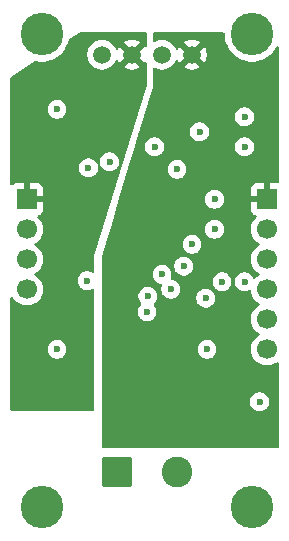
<source format=gbr>
%TF.GenerationSoftware,KiCad,Pcbnew,9.0.3*%
%TF.CreationDate,2026-01-02T19:57:44-06:00*%
%TF.ProjectId,IsolatedADSandVoltmeterPCB,49736f6c-6174-4656-9441-4453616e6456,rev?*%
%TF.SameCoordinates,Original*%
%TF.FileFunction,Copper,L3,Inr*%
%TF.FilePolarity,Positive*%
%FSLAX46Y46*%
G04 Gerber Fmt 4.6, Leading zero omitted, Abs format (unit mm)*
G04 Created by KiCad (PCBNEW 9.0.3) date 2026-01-02 19:57:44*
%MOMM*%
%LPD*%
G01*
G04 APERTURE LIST*
G04 Aperture macros list*
%AMRoundRect*
0 Rectangle with rounded corners*
0 $1 Rounding radius*
0 $2 $3 $4 $5 $6 $7 $8 $9 X,Y pos of 4 corners*
0 Add a 4 corners polygon primitive as box body*
4,1,4,$2,$3,$4,$5,$6,$7,$8,$9,$2,$3,0*
0 Add four circle primitives for the rounded corners*
1,1,$1+$1,$2,$3*
1,1,$1+$1,$4,$5*
1,1,$1+$1,$6,$7*
1,1,$1+$1,$8,$9*
0 Add four rect primitives between the rounded corners*
20,1,$1+$1,$2,$3,$4,$5,0*
20,1,$1+$1,$4,$5,$6,$7,0*
20,1,$1+$1,$6,$7,$8,$9,0*
20,1,$1+$1,$8,$9,$2,$3,0*%
G04 Aperture macros list end*
%TA.AperFunction,ComponentPad*%
%ADD10C,3.600000*%
%TD*%
%TA.AperFunction,ComponentPad*%
%ADD11R,1.700000X1.700000*%
%TD*%
%TA.AperFunction,ComponentPad*%
%ADD12C,1.700000*%
%TD*%
%TA.AperFunction,ComponentPad*%
%ADD13C,1.500000*%
%TD*%
%TA.AperFunction,ComponentPad*%
%ADD14RoundRect,0.250000X-1.050000X-1.050000X1.050000X-1.050000X1.050000X1.050000X-1.050000X1.050000X0*%
%TD*%
%TA.AperFunction,ComponentPad*%
%ADD15C,2.600000*%
%TD*%
%TA.AperFunction,ViaPad*%
%ADD16C,0.600000*%
%TD*%
G04 APERTURE END LIST*
D10*
%TO.N,N/C*%
%TO.C,H2*%
X146050000Y-38100000D03*
%TD*%
D11*
%TO.N,5V-iso*%
%TO.C,J2*%
X147320000Y-52070000D03*
D12*
%TO.N,Gnd-iso*%
X147320000Y-54610000D03*
%TO.N,/AIN3*%
X147320000Y-57150000D03*
%TO.N,/AIN2*%
X147320000Y-59690000D03*
%TO.N,/AIN1*%
X147320000Y-62230000D03*
%TO.N,/AIN0*%
X147320000Y-64770000D03*
%TD*%
D11*
%TO.N,VDD*%
%TO.C,J1*%
X127000000Y-52070000D03*
D12*
%TO.N,GND*%
X127000000Y-54610000D03*
%TO.N,SDA*%
X127000000Y-57150000D03*
%TO.N,SCL*%
X127000000Y-59690000D03*
%TD*%
D13*
%TO.N,GND*%
%TO.C,U14*%
X133350000Y-39830000D03*
%TO.N,VDD*%
X135890000Y-39830000D03*
%TO.N,Gnd-iso*%
X138430000Y-39830000D03*
%TO.N,5V-iso*%
X140970000Y-39830000D03*
%TD*%
D10*
%TO.N,N/C*%
%TO.C,H1*%
X128270000Y-38100000D03*
%TD*%
D14*
%TO.N,Net-(J15-Pin_1)*%
%TO.C,J15*%
X134615000Y-75146250D03*
D15*
%TO.N,Net-(J15-Pin_2)*%
X139695000Y-75146250D03*
%TD*%
D10*
%TO.N,N/C*%
%TO.C,H4*%
X146045000Y-78105000D03*
%TD*%
%TO.N,N/C*%
%TO.C,H3*%
X128270000Y-78105000D03*
%TD*%
D16*
%TO.N,SCL-5V*%
X142875000Y-52070000D03*
%TO.N,ADS_ALERT*%
X142133235Y-60431765D03*
X143510000Y-59055000D03*
%TO.N,Gnd-iso*%
X139170615Y-59670913D03*
X142240000Y-64770000D03*
%TO.N,5V-iso*%
X142875000Y-55880000D03*
%TO.N,SCL-5V*%
X142875000Y-54610000D03*
%TO.N,SDA-5V*%
X145415000Y-59055000D03*
%TO.N,/AIN2*%
X138430000Y-58420000D03*
%TO.N,5V-iso*%
X146685000Y-72390000D03*
%TO.N,Gnd-iso*%
X146685000Y-69215000D03*
%TO.N,SCL-5V*%
X137160000Y-61595000D03*
%TO.N,SDA-5V*%
X137234369Y-60270913D03*
%TO.N,5V-iso*%
X135230110Y-60325524D03*
%TO.N,Gnd-iso*%
X140970000Y-55880000D03*
X139700000Y-49530000D03*
%TO.N,5V-iso*%
X138430000Y-49530000D03*
%TO.N,SCL-5V*%
X145415000Y-45085000D03*
X141605000Y-46355000D03*
%TO.N,5V-iso*%
X145415000Y-46355000D03*
%TO.N,Gnd-iso*%
X145415000Y-47625000D03*
X137795000Y-47625000D03*
%TO.N,5V-iso*%
X137795000Y-43815000D03*
%TO.N,VDD*%
X129540000Y-66040000D03*
%TO.N,GND*%
X129540000Y-64770000D03*
%TO.N,SCL*%
X132203000Y-49407000D03*
%TO.N,VDD*%
X129540000Y-45720000D03*
X133350000Y-42545000D03*
%TO.N,GND*%
X133985000Y-48895000D03*
X129540000Y-44450000D03*
X132080000Y-58949500D03*
%TO.N,VDD*%
X131931500Y-55753000D03*
%TO.N,/AIN3*%
X140271500Y-57721500D03*
%TD*%
%TA.AperFunction,Conductor*%
%TO.N,VDD*%
G36*
X137103039Y-37942964D02*
G01*
X137148794Y-37995768D01*
X137160000Y-38047279D01*
X137160000Y-39069744D01*
X137140315Y-39136783D01*
X137087511Y-39182538D01*
X137018353Y-39192482D01*
X136954797Y-39163457D01*
X136935682Y-39142630D01*
X136933679Y-39139873D01*
X136933677Y-39139873D01*
X136290000Y-39783551D01*
X136290000Y-39777339D01*
X136262741Y-39675606D01*
X136210080Y-39584394D01*
X136135606Y-39509920D01*
X136044394Y-39457259D01*
X135942661Y-39430000D01*
X135936447Y-39430000D01*
X136580125Y-38786320D01*
X136580125Y-38786319D01*
X136545145Y-38760905D01*
X136369835Y-38671581D01*
X136182705Y-38610778D01*
X135988382Y-38580000D01*
X135791618Y-38580000D01*
X135597294Y-38610778D01*
X135410161Y-38671582D01*
X135234863Y-38760899D01*
X135234859Y-38760902D01*
X135199873Y-38786320D01*
X135199872Y-38786320D01*
X135843554Y-39430000D01*
X135837339Y-39430000D01*
X135735606Y-39457259D01*
X135644394Y-39509920D01*
X135569920Y-39584394D01*
X135517259Y-39675606D01*
X135490000Y-39777339D01*
X135490000Y-39783552D01*
X134846320Y-39139872D01*
X134846320Y-39139873D01*
X134820902Y-39174859D01*
X134730765Y-39351764D01*
X134682790Y-39402560D01*
X134614969Y-39419355D01*
X134548835Y-39396818D01*
X134509795Y-39351763D01*
X134419525Y-39174596D01*
X134379612Y-39119661D01*
X134303828Y-39015354D01*
X134164646Y-38876172D01*
X134005405Y-38760476D01*
X133830029Y-38671117D01*
X133642826Y-38610290D01*
X133448422Y-38579500D01*
X133448417Y-38579500D01*
X133251583Y-38579500D01*
X133251578Y-38579500D01*
X133057173Y-38610290D01*
X132869970Y-38671117D01*
X132694594Y-38760476D01*
X132603741Y-38826485D01*
X132535354Y-38876172D01*
X132535352Y-38876174D01*
X132535351Y-38876174D01*
X132396174Y-39015351D01*
X132396174Y-39015352D01*
X132396172Y-39015354D01*
X132356655Y-39069744D01*
X132280476Y-39174594D01*
X132191117Y-39349970D01*
X132130290Y-39537173D01*
X132099500Y-39731577D01*
X132099500Y-39928422D01*
X132130290Y-40122826D01*
X132191117Y-40310029D01*
X132237215Y-40400500D01*
X132280476Y-40485405D01*
X132396172Y-40644646D01*
X132535354Y-40783828D01*
X132694595Y-40899524D01*
X132777455Y-40941743D01*
X132869970Y-40988882D01*
X132869972Y-40988882D01*
X132869975Y-40988884D01*
X132970317Y-41021487D01*
X133057173Y-41049709D01*
X133251578Y-41080500D01*
X133251583Y-41080500D01*
X133448422Y-41080500D01*
X133642826Y-41049709D01*
X133644328Y-41049221D01*
X133830025Y-40988884D01*
X134005405Y-40899524D01*
X134164646Y-40783828D01*
X134303828Y-40644646D01*
X134419524Y-40485405D01*
X134508884Y-40310025D01*
X134508884Y-40310022D01*
X134509795Y-40308236D01*
X134557769Y-40257440D01*
X134625590Y-40240644D01*
X134691725Y-40263181D01*
X134730765Y-40308235D01*
X134820905Y-40485145D01*
X134846319Y-40520125D01*
X134846320Y-40520125D01*
X135490000Y-39876445D01*
X135490000Y-39882661D01*
X135517259Y-39984394D01*
X135569920Y-40075606D01*
X135644394Y-40150080D01*
X135735606Y-40202741D01*
X135837339Y-40230000D01*
X135843553Y-40230000D01*
X135199873Y-40873677D01*
X135199873Y-40873678D01*
X135234858Y-40899096D01*
X135410164Y-40988418D01*
X135597294Y-41049221D01*
X135791618Y-41080000D01*
X135988382Y-41080000D01*
X136182705Y-41049221D01*
X136369835Y-40988418D01*
X136545143Y-40899095D01*
X136580125Y-40873678D01*
X136580126Y-40873678D01*
X135936448Y-40230000D01*
X135942661Y-40230000D01*
X136044394Y-40202741D01*
X136135606Y-40150080D01*
X136210080Y-40075606D01*
X136262741Y-39984394D01*
X136290000Y-39882661D01*
X136290000Y-39876448D01*
X136933678Y-40520126D01*
X136933678Y-40520125D01*
X136935682Y-40517369D01*
X136991013Y-40474704D01*
X137060626Y-40468725D01*
X137122421Y-40501331D01*
X137156778Y-40562170D01*
X137160000Y-40590255D01*
X137160000Y-42349641D01*
X137154521Y-42386091D01*
X132706242Y-56850033D01*
X132706242Y-56850035D01*
X132706242Y-58173200D01*
X132686557Y-58240239D01*
X132633753Y-58285994D01*
X132564595Y-58295938D01*
X132513351Y-58276302D01*
X132459185Y-58240109D01*
X132459172Y-58240102D01*
X132313501Y-58179764D01*
X132313489Y-58179761D01*
X132158845Y-58149000D01*
X132158842Y-58149000D01*
X132001158Y-58149000D01*
X132001155Y-58149000D01*
X131846510Y-58179761D01*
X131846498Y-58179764D01*
X131700827Y-58240102D01*
X131700814Y-58240109D01*
X131569711Y-58327710D01*
X131569707Y-58327713D01*
X131458213Y-58439207D01*
X131458210Y-58439211D01*
X131370609Y-58570314D01*
X131370602Y-58570327D01*
X131310264Y-58715998D01*
X131310261Y-58716010D01*
X131279500Y-58870653D01*
X131279500Y-59028346D01*
X131310261Y-59182989D01*
X131310264Y-59183001D01*
X131370602Y-59328672D01*
X131370609Y-59328685D01*
X131458210Y-59459788D01*
X131458213Y-59459792D01*
X131569707Y-59571286D01*
X131569711Y-59571289D01*
X131700814Y-59658890D01*
X131700827Y-59658897D01*
X131846498Y-59719235D01*
X131846503Y-59719237D01*
X132001153Y-59749999D01*
X132001156Y-59750000D01*
X132001158Y-59750000D01*
X132158844Y-59750000D01*
X132158845Y-59749999D01*
X132313497Y-59719237D01*
X132459179Y-59658894D01*
X132459184Y-59658890D01*
X132459187Y-59658889D01*
X132513350Y-59622698D01*
X132580027Y-59601819D01*
X132647407Y-59620303D01*
X132694098Y-59672281D01*
X132706242Y-59725799D01*
X132706242Y-69825176D01*
X132686557Y-69892215D01*
X132633753Y-69937970D01*
X132582242Y-69949176D01*
X125719500Y-69949176D01*
X125652461Y-69929491D01*
X125606706Y-69876687D01*
X125595500Y-69825176D01*
X125595500Y-64691153D01*
X128739500Y-64691153D01*
X128739500Y-64848846D01*
X128770261Y-65003489D01*
X128770264Y-65003501D01*
X128830602Y-65149172D01*
X128830609Y-65149185D01*
X128918210Y-65280288D01*
X128918213Y-65280292D01*
X129029707Y-65391786D01*
X129029711Y-65391789D01*
X129160814Y-65479390D01*
X129160827Y-65479397D01*
X129306498Y-65539735D01*
X129306503Y-65539737D01*
X129461153Y-65570499D01*
X129461156Y-65570500D01*
X129461158Y-65570500D01*
X129618844Y-65570500D01*
X129618845Y-65570499D01*
X129773497Y-65539737D01*
X129919179Y-65479394D01*
X130050289Y-65391789D01*
X130161789Y-65280289D01*
X130249394Y-65149179D01*
X130309737Y-65003497D01*
X130340500Y-64848842D01*
X130340500Y-64691158D01*
X130340500Y-64691155D01*
X130340499Y-64691153D01*
X130309738Y-64536510D01*
X130309737Y-64536503D01*
X130309735Y-64536498D01*
X130249397Y-64390827D01*
X130249390Y-64390814D01*
X130161789Y-64259711D01*
X130161786Y-64259707D01*
X130050292Y-64148213D01*
X130050288Y-64148210D01*
X129919185Y-64060609D01*
X129919172Y-64060602D01*
X129773501Y-64000264D01*
X129773489Y-64000261D01*
X129618845Y-63969500D01*
X129618842Y-63969500D01*
X129461158Y-63969500D01*
X129461155Y-63969500D01*
X129306510Y-64000261D01*
X129306498Y-64000264D01*
X129160827Y-64060602D01*
X129160814Y-64060609D01*
X129029711Y-64148210D01*
X129029707Y-64148213D01*
X128918213Y-64259707D01*
X128918210Y-64259711D01*
X128830609Y-64390814D01*
X128830602Y-64390827D01*
X128770264Y-64536498D01*
X128770261Y-64536510D01*
X128739500Y-64691153D01*
X125595500Y-64691153D01*
X125595500Y-60424742D01*
X125615185Y-60357703D01*
X125667989Y-60311948D01*
X125737147Y-60302004D01*
X125800703Y-60331029D01*
X125829985Y-60368447D01*
X125844951Y-60397820D01*
X125969890Y-60569786D01*
X126120213Y-60720109D01*
X126292179Y-60845048D01*
X126292181Y-60845049D01*
X126292184Y-60845051D01*
X126481588Y-60941557D01*
X126683757Y-61007246D01*
X126893713Y-61040500D01*
X126893714Y-61040500D01*
X127106286Y-61040500D01*
X127106287Y-61040500D01*
X127316243Y-61007246D01*
X127518412Y-60941557D01*
X127707816Y-60845051D01*
X127729789Y-60829086D01*
X127879786Y-60720109D01*
X127879788Y-60720106D01*
X127879792Y-60720104D01*
X128030104Y-60569792D01*
X128030106Y-60569788D01*
X128030109Y-60569786D01*
X128155048Y-60397820D01*
X128155047Y-60397820D01*
X128155051Y-60397816D01*
X128251557Y-60208412D01*
X128317246Y-60006243D01*
X128350500Y-59796287D01*
X128350500Y-59583713D01*
X128317246Y-59373757D01*
X128251557Y-59171588D01*
X128155051Y-58982184D01*
X128155049Y-58982181D01*
X128155048Y-58982179D01*
X128030109Y-58810213D01*
X127879786Y-58659890D01*
X127707820Y-58534951D01*
X127707115Y-58534591D01*
X127699054Y-58530485D01*
X127648259Y-58482512D01*
X127631463Y-58414692D01*
X127653999Y-58348556D01*
X127699054Y-58309515D01*
X127707816Y-58305051D01*
X127797206Y-58240106D01*
X127879786Y-58180109D01*
X127879788Y-58180106D01*
X127879792Y-58180104D01*
X128030104Y-58029792D01*
X128030106Y-58029788D01*
X128030109Y-58029786D01*
X128155048Y-57857820D01*
X128155047Y-57857820D01*
X128155051Y-57857816D01*
X128251557Y-57668412D01*
X128317246Y-57466243D01*
X128350500Y-57256287D01*
X128350500Y-57043713D01*
X128317246Y-56833757D01*
X128251557Y-56631588D01*
X128155051Y-56442184D01*
X128155049Y-56442181D01*
X128155048Y-56442179D01*
X128030109Y-56270213D01*
X127879786Y-56119890D01*
X127707820Y-55994951D01*
X127707115Y-55994591D01*
X127699054Y-55990485D01*
X127648259Y-55942512D01*
X127631463Y-55874692D01*
X127653999Y-55808556D01*
X127699054Y-55769515D01*
X127707816Y-55765051D01*
X127729789Y-55749086D01*
X127879786Y-55640109D01*
X127879788Y-55640106D01*
X127879792Y-55640104D01*
X128030104Y-55489792D01*
X128030106Y-55489788D01*
X128030109Y-55489786D01*
X128155048Y-55317820D01*
X128155047Y-55317820D01*
X128155051Y-55317816D01*
X128251557Y-55128412D01*
X128317246Y-54926243D01*
X128350500Y-54716287D01*
X128350500Y-54503713D01*
X128317246Y-54293757D01*
X128251557Y-54091588D01*
X128155051Y-53902184D01*
X128155049Y-53902181D01*
X128155048Y-53902179D01*
X128030109Y-53730213D01*
X127916181Y-53616285D01*
X127882696Y-53554962D01*
X127887680Y-53485270D01*
X127929552Y-53429337D01*
X127960529Y-53412422D01*
X128092086Y-53363354D01*
X128092093Y-53363350D01*
X128207187Y-53277190D01*
X128207190Y-53277187D01*
X128293350Y-53162093D01*
X128293354Y-53162086D01*
X128343596Y-53027379D01*
X128343598Y-53027372D01*
X128349999Y-52967844D01*
X128350000Y-52967827D01*
X128350000Y-52320000D01*
X127433012Y-52320000D01*
X127465925Y-52262993D01*
X127500000Y-52135826D01*
X127500000Y-52004174D01*
X127465925Y-51877007D01*
X127433012Y-51820000D01*
X128350000Y-51820000D01*
X128350000Y-51172172D01*
X128349999Y-51172155D01*
X128343598Y-51112627D01*
X128343596Y-51112620D01*
X128293354Y-50977913D01*
X128293350Y-50977906D01*
X128207190Y-50862812D01*
X128207187Y-50862809D01*
X128092093Y-50776649D01*
X128092086Y-50776645D01*
X127957379Y-50726403D01*
X127957372Y-50726401D01*
X127897844Y-50720000D01*
X127250000Y-50720000D01*
X127250000Y-51636988D01*
X127192993Y-51604075D01*
X127065826Y-51570000D01*
X126934174Y-51570000D01*
X126807007Y-51604075D01*
X126750000Y-51636988D01*
X126750000Y-50720000D01*
X126102155Y-50720000D01*
X126042627Y-50726401D01*
X126042620Y-50726403D01*
X125907913Y-50776645D01*
X125907906Y-50776649D01*
X125793811Y-50862062D01*
X125728347Y-50886480D01*
X125660074Y-50871629D01*
X125610668Y-50822224D01*
X125595500Y-50762796D01*
X125595500Y-49328153D01*
X131402500Y-49328153D01*
X131402500Y-49485846D01*
X131433261Y-49640489D01*
X131433264Y-49640501D01*
X131493602Y-49786172D01*
X131493609Y-49786185D01*
X131581210Y-49917288D01*
X131581213Y-49917292D01*
X131692707Y-50028786D01*
X131692711Y-50028789D01*
X131823814Y-50116390D01*
X131823827Y-50116397D01*
X131969498Y-50176735D01*
X131969503Y-50176737D01*
X132124153Y-50207499D01*
X132124156Y-50207500D01*
X132124158Y-50207500D01*
X132281844Y-50207500D01*
X132281845Y-50207499D01*
X132436497Y-50176737D01*
X132582179Y-50116394D01*
X132713289Y-50028789D01*
X132824789Y-49917289D01*
X132912394Y-49786179D01*
X132972737Y-49640497D01*
X133003500Y-49485842D01*
X133003500Y-49328158D01*
X133003500Y-49328155D01*
X133003499Y-49328153D01*
X132977469Y-49197289D01*
X132977464Y-49197270D01*
X132972737Y-49173503D01*
X132912394Y-49027821D01*
X132912392Y-49027818D01*
X132912390Y-49027814D01*
X132824789Y-48896711D01*
X132824786Y-48896707D01*
X132744232Y-48816153D01*
X133184500Y-48816153D01*
X133184500Y-48973846D01*
X133210529Y-49104709D01*
X133210544Y-49104774D01*
X133215263Y-49128497D01*
X133217132Y-49133009D01*
X133217133Y-49133013D01*
X133275602Y-49274172D01*
X133275609Y-49274185D01*
X133363210Y-49405288D01*
X133363213Y-49405292D01*
X133474707Y-49516786D01*
X133474711Y-49516789D01*
X133605814Y-49604390D01*
X133605827Y-49604397D01*
X133751498Y-49664735D01*
X133751503Y-49664737D01*
X133906153Y-49695499D01*
X133906156Y-49695500D01*
X133906158Y-49695500D01*
X134063844Y-49695500D01*
X134063845Y-49695499D01*
X134218497Y-49664737D01*
X134364179Y-49604394D01*
X134495289Y-49516789D01*
X134606789Y-49405289D01*
X134694394Y-49274179D01*
X134754737Y-49128497D01*
X134785500Y-48973842D01*
X134785500Y-48816158D01*
X134785500Y-48816155D01*
X134785499Y-48816153D01*
X134761918Y-48697606D01*
X134754737Y-48661503D01*
X134731954Y-48606500D01*
X134694397Y-48515827D01*
X134694390Y-48515814D01*
X134606789Y-48384711D01*
X134606786Y-48384707D01*
X134495292Y-48273213D01*
X134495288Y-48273210D01*
X134364185Y-48185609D01*
X134364172Y-48185602D01*
X134218501Y-48125264D01*
X134218489Y-48125261D01*
X134063845Y-48094500D01*
X134063842Y-48094500D01*
X133906158Y-48094500D01*
X133906155Y-48094500D01*
X133751510Y-48125261D01*
X133751498Y-48125264D01*
X133605827Y-48185602D01*
X133605814Y-48185609D01*
X133474711Y-48273210D01*
X133474707Y-48273213D01*
X133363213Y-48384707D01*
X133363210Y-48384711D01*
X133275609Y-48515814D01*
X133275602Y-48515827D01*
X133215264Y-48661498D01*
X133215261Y-48661510D01*
X133184500Y-48816153D01*
X132744232Y-48816153D01*
X132713292Y-48785213D01*
X132713288Y-48785210D01*
X132582185Y-48697609D01*
X132582172Y-48697602D01*
X132436501Y-48637264D01*
X132436489Y-48637261D01*
X132281845Y-48606500D01*
X132281842Y-48606500D01*
X132124158Y-48606500D01*
X132124155Y-48606500D01*
X131969510Y-48637261D01*
X131969498Y-48637264D01*
X131823827Y-48697602D01*
X131823814Y-48697609D01*
X131692711Y-48785210D01*
X131692707Y-48785213D01*
X131581213Y-48896707D01*
X131581210Y-48896711D01*
X131493609Y-49027814D01*
X131493602Y-49027827D01*
X131433264Y-49173498D01*
X131433261Y-49173510D01*
X131402500Y-49328153D01*
X125595500Y-49328153D01*
X125595500Y-44371153D01*
X128739500Y-44371153D01*
X128739500Y-44528846D01*
X128770261Y-44683489D01*
X128770264Y-44683501D01*
X128830602Y-44829172D01*
X128830609Y-44829185D01*
X128918210Y-44960288D01*
X128918213Y-44960292D01*
X129029707Y-45071786D01*
X129029711Y-45071789D01*
X129160814Y-45159390D01*
X129160827Y-45159397D01*
X129306498Y-45219735D01*
X129306503Y-45219737D01*
X129461153Y-45250499D01*
X129461156Y-45250500D01*
X129461158Y-45250500D01*
X129618844Y-45250500D01*
X129618845Y-45250499D01*
X129773497Y-45219737D01*
X129919179Y-45159394D01*
X130050289Y-45071789D01*
X130161789Y-44960289D01*
X130249394Y-44829179D01*
X130309737Y-44683497D01*
X130340500Y-44528842D01*
X130340500Y-44371158D01*
X130340500Y-44371155D01*
X130340499Y-44371153D01*
X130309738Y-44216510D01*
X130309737Y-44216503D01*
X130300490Y-44194179D01*
X130249397Y-44070827D01*
X130249390Y-44070814D01*
X130161789Y-43939711D01*
X130161786Y-43939707D01*
X130050292Y-43828213D01*
X130050288Y-43828210D01*
X129919185Y-43740609D01*
X129919172Y-43740602D01*
X129773501Y-43680264D01*
X129773489Y-43680261D01*
X129618845Y-43649500D01*
X129618842Y-43649500D01*
X129461158Y-43649500D01*
X129461155Y-43649500D01*
X129306510Y-43680261D01*
X129306498Y-43680264D01*
X129160827Y-43740602D01*
X129160814Y-43740609D01*
X129029711Y-43828210D01*
X129029707Y-43828213D01*
X128918213Y-43939707D01*
X128918210Y-43939711D01*
X128830609Y-44070814D01*
X128830602Y-44070827D01*
X128770264Y-44216498D01*
X128770261Y-44216510D01*
X128739500Y-44371153D01*
X125595500Y-44371153D01*
X125595500Y-41811835D01*
X125615185Y-41744796D01*
X125651679Y-41708026D01*
X127698060Y-40371136D01*
X127764947Y-40350950D01*
X127797969Y-40355172D01*
X127820232Y-40361138D01*
X128119217Y-40400500D01*
X128119224Y-40400500D01*
X128420776Y-40400500D01*
X128420783Y-40400500D01*
X128719768Y-40361138D01*
X129011058Y-40283087D01*
X129289668Y-40167683D01*
X129550832Y-40016900D01*
X129790080Y-39833319D01*
X129846060Y-39777339D01*
X129984370Y-39639030D01*
X130003314Y-39620085D01*
X130003319Y-39620080D01*
X130186900Y-39380832D01*
X130337683Y-39119668D01*
X130453087Y-38841058D01*
X130528440Y-38559833D01*
X130564805Y-38500175D01*
X130580375Y-38488133D01*
X131414098Y-37943467D01*
X131480985Y-37923282D01*
X131481914Y-37923279D01*
X137036000Y-37923279D01*
X137103039Y-37942964D01*
G37*
%TD.AperFunction*%
%TD*%
%TA.AperFunction,Conductor*%
%TO.N,5V-iso*%
G36*
X143692539Y-37942964D02*
G01*
X143738294Y-37995768D01*
X143749500Y-38047279D01*
X143749500Y-38250776D01*
X143749501Y-38250793D01*
X143788861Y-38549766D01*
X143866913Y-38841060D01*
X143982314Y-39119661D01*
X143982318Y-39119671D01*
X144133099Y-39380831D01*
X144316679Y-39620078D01*
X144316685Y-39620085D01*
X144529914Y-39833314D01*
X144529921Y-39833320D01*
X144769168Y-40016900D01*
X145030328Y-40167681D01*
X145030329Y-40167681D01*
X145030332Y-40167683D01*
X145216072Y-40244619D01*
X145308939Y-40283086D01*
X145308940Y-40283086D01*
X145308942Y-40283087D01*
X145600232Y-40361138D01*
X145899217Y-40400500D01*
X145899224Y-40400500D01*
X146200776Y-40400500D01*
X146200783Y-40400500D01*
X146499768Y-40361138D01*
X146791058Y-40283087D01*
X147069668Y-40167683D01*
X147330832Y-40016900D01*
X147570080Y-39833319D01*
X147783319Y-39620080D01*
X147966900Y-39380832D01*
X148104613Y-39142306D01*
X148155180Y-39094090D01*
X148223787Y-39080867D01*
X148288652Y-39106835D01*
X148329180Y-39163749D01*
X148336000Y-39204306D01*
X148336000Y-50596000D01*
X148316315Y-50663039D01*
X148263511Y-50708794D01*
X148212000Y-50720000D01*
X147570000Y-50720000D01*
X147570000Y-51636988D01*
X147512993Y-51604075D01*
X147385826Y-51570000D01*
X147254174Y-51570000D01*
X147127007Y-51604075D01*
X147070000Y-51636988D01*
X147070000Y-50720000D01*
X146422155Y-50720000D01*
X146362627Y-50726401D01*
X146362620Y-50726403D01*
X146227913Y-50776645D01*
X146227906Y-50776649D01*
X146112812Y-50862809D01*
X146112809Y-50862812D01*
X146026649Y-50977906D01*
X146026645Y-50977913D01*
X145976403Y-51112620D01*
X145976401Y-51112627D01*
X145970000Y-51172155D01*
X145970000Y-51820000D01*
X146886988Y-51820000D01*
X146854075Y-51877007D01*
X146820000Y-52004174D01*
X146820000Y-52135826D01*
X146854075Y-52262993D01*
X146886988Y-52320000D01*
X145970000Y-52320000D01*
X145970000Y-52967844D01*
X145976401Y-53027372D01*
X145976403Y-53027379D01*
X146026645Y-53162086D01*
X146026649Y-53162093D01*
X146112809Y-53277187D01*
X146112812Y-53277190D01*
X146227906Y-53363350D01*
X146227913Y-53363354D01*
X146359470Y-53412422D01*
X146415404Y-53454293D01*
X146439821Y-53519758D01*
X146424969Y-53588031D01*
X146403819Y-53616285D01*
X146289889Y-53730215D01*
X146164951Y-53902179D01*
X146068444Y-54091585D01*
X146002753Y-54293760D01*
X145989649Y-54376498D01*
X145969500Y-54503713D01*
X145969500Y-54716287D01*
X145970458Y-54722334D01*
X146000677Y-54913134D01*
X146002754Y-54926243D01*
X146068116Y-55127407D01*
X146068444Y-55128414D01*
X146164951Y-55317820D01*
X146289890Y-55489786D01*
X146440213Y-55640109D01*
X146612182Y-55765050D01*
X146620946Y-55769516D01*
X146671742Y-55817491D01*
X146688536Y-55885312D01*
X146665998Y-55951447D01*
X146620946Y-55990484D01*
X146612182Y-55994949D01*
X146440213Y-56119890D01*
X146289890Y-56270213D01*
X146164951Y-56442179D01*
X146068444Y-56631585D01*
X146002753Y-56833760D01*
X145977202Y-56995083D01*
X145969500Y-57043713D01*
X145969500Y-57256287D01*
X145976769Y-57302183D01*
X145983126Y-57342321D01*
X146002754Y-57466243D01*
X146062546Y-57650264D01*
X146068444Y-57668414D01*
X146164951Y-57857820D01*
X146289890Y-58029786D01*
X146440213Y-58180109D01*
X146612182Y-58305050D01*
X146620946Y-58309516D01*
X146671742Y-58357491D01*
X146688536Y-58425312D01*
X146665998Y-58491447D01*
X146620946Y-58530484D01*
X146612182Y-58534949D01*
X146440215Y-58659889D01*
X146343453Y-58756651D01*
X146282129Y-58790135D01*
X146212438Y-58785151D01*
X146156505Y-58743279D01*
X146141211Y-58716423D01*
X146124394Y-58675821D01*
X146124390Y-58675814D01*
X146036789Y-58544711D01*
X146036786Y-58544707D01*
X145925292Y-58433213D01*
X145925288Y-58433210D01*
X145794185Y-58345609D01*
X145794172Y-58345602D01*
X145648501Y-58285264D01*
X145648489Y-58285261D01*
X145493845Y-58254500D01*
X145493842Y-58254500D01*
X145336158Y-58254500D01*
X145336155Y-58254500D01*
X145181510Y-58285261D01*
X145181498Y-58285264D01*
X145035827Y-58345602D01*
X145035814Y-58345609D01*
X144904711Y-58433210D01*
X144904707Y-58433213D01*
X144793213Y-58544707D01*
X144793210Y-58544711D01*
X144705609Y-58675814D01*
X144705602Y-58675827D01*
X144645264Y-58821498D01*
X144645261Y-58821510D01*
X144614500Y-58976153D01*
X144614500Y-59133846D01*
X144645261Y-59288489D01*
X144645264Y-59288501D01*
X144705602Y-59434172D01*
X144705609Y-59434185D01*
X144793210Y-59565288D01*
X144793213Y-59565292D01*
X144904707Y-59676786D01*
X144904711Y-59676789D01*
X145035814Y-59764390D01*
X145035827Y-59764397D01*
X145181498Y-59824735D01*
X145181503Y-59824737D01*
X145336153Y-59855499D01*
X145336156Y-59855500D01*
X145336158Y-59855500D01*
X145493844Y-59855500D01*
X145493845Y-59855499D01*
X145648497Y-59824737D01*
X145794179Y-59764394D01*
X145794184Y-59764390D01*
X145797482Y-59762628D01*
X145799416Y-59762224D01*
X145799808Y-59762063D01*
X145799838Y-59762137D01*
X145865883Y-59748381D01*
X145931129Y-59773376D01*
X145972504Y-59829678D01*
X145978416Y-59852584D01*
X145989327Y-59921472D01*
X146002754Y-60006243D01*
X146065149Y-60198275D01*
X146068444Y-60208414D01*
X146164951Y-60397820D01*
X146289890Y-60569786D01*
X146440213Y-60720109D01*
X146612182Y-60845050D01*
X146620946Y-60849516D01*
X146671742Y-60897491D01*
X146688536Y-60965312D01*
X146665998Y-61031447D01*
X146620946Y-61070484D01*
X146612182Y-61074949D01*
X146440213Y-61199890D01*
X146289890Y-61350213D01*
X146164951Y-61522179D01*
X146068444Y-61711585D01*
X146002753Y-61913760D01*
X145969500Y-62123713D01*
X145969500Y-62336286D01*
X146002753Y-62546239D01*
X146068444Y-62748414D01*
X146164951Y-62937820D01*
X146289890Y-63109786D01*
X146440213Y-63260109D01*
X146612182Y-63385050D01*
X146620946Y-63389516D01*
X146671742Y-63437491D01*
X146688536Y-63505312D01*
X146665998Y-63571447D01*
X146620946Y-63610484D01*
X146612182Y-63614949D01*
X146440213Y-63739890D01*
X146289890Y-63890213D01*
X146164951Y-64062179D01*
X146068444Y-64251585D01*
X146002753Y-64453760D01*
X145969500Y-64663713D01*
X145969500Y-64876286D01*
X145997593Y-65053662D01*
X146002754Y-65086243D01*
X146065803Y-65280288D01*
X146068444Y-65288414D01*
X146164951Y-65477820D01*
X146289890Y-65649786D01*
X146440213Y-65800109D01*
X146612179Y-65925048D01*
X146612181Y-65925049D01*
X146612184Y-65925051D01*
X146801588Y-66021557D01*
X147003757Y-66087246D01*
X147213713Y-66120500D01*
X147213714Y-66120500D01*
X147426286Y-66120500D01*
X147426287Y-66120500D01*
X147636243Y-66087246D01*
X147838412Y-66021557D01*
X148027816Y-65925051D01*
X148038450Y-65917324D01*
X148139115Y-65844189D01*
X148204922Y-65820709D01*
X148272975Y-65836535D01*
X148321670Y-65886641D01*
X148336000Y-65944507D01*
X148336000Y-72978279D01*
X148316315Y-73045318D01*
X148263511Y-73091073D01*
X148212000Y-73102279D01*
X133474000Y-73102279D01*
X133406961Y-73082594D01*
X133361206Y-73029790D01*
X133350000Y-72978279D01*
X133350000Y-69136153D01*
X145884500Y-69136153D01*
X145884500Y-69293846D01*
X145915261Y-69448489D01*
X145915264Y-69448501D01*
X145975602Y-69594172D01*
X145975609Y-69594185D01*
X146063210Y-69725288D01*
X146063213Y-69725292D01*
X146174707Y-69836786D01*
X146174711Y-69836789D01*
X146305814Y-69924390D01*
X146305827Y-69924397D01*
X146450069Y-69984143D01*
X146451503Y-69984737D01*
X146606153Y-70015499D01*
X146606156Y-70015500D01*
X146606158Y-70015500D01*
X146763844Y-70015500D01*
X146763845Y-70015499D01*
X146918497Y-69984737D01*
X147064179Y-69924394D01*
X147195289Y-69836789D01*
X147306789Y-69725289D01*
X147394394Y-69594179D01*
X147454737Y-69448497D01*
X147485500Y-69293842D01*
X147485500Y-69136158D01*
X147485500Y-69136155D01*
X147485499Y-69136153D01*
X147454738Y-68981510D01*
X147454737Y-68981503D01*
X147454735Y-68981498D01*
X147394397Y-68835827D01*
X147394390Y-68835814D01*
X147306789Y-68704711D01*
X147306786Y-68704707D01*
X147195292Y-68593213D01*
X147195288Y-68593210D01*
X147064185Y-68505609D01*
X147064172Y-68505602D01*
X146918501Y-68445264D01*
X146918489Y-68445261D01*
X146763845Y-68414500D01*
X146763842Y-68414500D01*
X146606158Y-68414500D01*
X146606155Y-68414500D01*
X146451510Y-68445261D01*
X146451498Y-68445264D01*
X146305827Y-68505602D01*
X146305814Y-68505609D01*
X146174711Y-68593210D01*
X146174707Y-68593213D01*
X146063213Y-68704707D01*
X146063210Y-68704711D01*
X145975609Y-68835814D01*
X145975602Y-68835827D01*
X145915264Y-68981498D01*
X145915261Y-68981510D01*
X145884500Y-69136153D01*
X133350000Y-69136153D01*
X133350000Y-64691153D01*
X141439500Y-64691153D01*
X141439500Y-64848846D01*
X141470261Y-65003489D01*
X141470264Y-65003501D01*
X141530602Y-65149172D01*
X141530609Y-65149185D01*
X141618210Y-65280288D01*
X141618213Y-65280292D01*
X141729707Y-65391786D01*
X141729711Y-65391789D01*
X141860814Y-65479390D01*
X141860827Y-65479397D01*
X142006498Y-65539735D01*
X142006503Y-65539737D01*
X142161153Y-65570499D01*
X142161156Y-65570500D01*
X142161158Y-65570500D01*
X142318844Y-65570500D01*
X142318845Y-65570499D01*
X142473497Y-65539737D01*
X142619179Y-65479394D01*
X142750289Y-65391789D01*
X142861789Y-65280289D01*
X142949394Y-65149179D01*
X143009737Y-65003497D01*
X143040500Y-64848842D01*
X143040500Y-64691158D01*
X143040500Y-64691155D01*
X143040499Y-64691153D01*
X143028387Y-64630263D01*
X143009737Y-64536503D01*
X142975463Y-64453757D01*
X142949397Y-64390827D01*
X142949390Y-64390814D01*
X142861789Y-64259711D01*
X142861786Y-64259707D01*
X142750292Y-64148213D01*
X142750288Y-64148210D01*
X142619185Y-64060609D01*
X142619172Y-64060602D01*
X142473501Y-64000264D01*
X142473489Y-64000261D01*
X142318845Y-63969500D01*
X142318842Y-63969500D01*
X142161158Y-63969500D01*
X142161155Y-63969500D01*
X142006510Y-64000261D01*
X142006498Y-64000264D01*
X141860827Y-64060602D01*
X141860814Y-64060609D01*
X141729711Y-64148210D01*
X141729707Y-64148213D01*
X141618213Y-64259707D01*
X141618210Y-64259711D01*
X141530609Y-64390814D01*
X141530602Y-64390827D01*
X141470264Y-64536498D01*
X141470261Y-64536510D01*
X141439500Y-64691153D01*
X133350000Y-64691153D01*
X133350000Y-61516153D01*
X136359500Y-61516153D01*
X136359500Y-61673846D01*
X136390261Y-61828489D01*
X136390264Y-61828501D01*
X136450602Y-61974172D01*
X136450609Y-61974185D01*
X136538210Y-62105288D01*
X136538213Y-62105292D01*
X136649707Y-62216786D01*
X136649711Y-62216789D01*
X136780814Y-62304390D01*
X136780827Y-62304397D01*
X136926498Y-62364735D01*
X136926503Y-62364737D01*
X137081153Y-62395499D01*
X137081156Y-62395500D01*
X137081158Y-62395500D01*
X137238844Y-62395500D01*
X137238845Y-62395499D01*
X137393497Y-62364737D01*
X137539179Y-62304394D01*
X137670289Y-62216789D01*
X137781789Y-62105289D01*
X137869394Y-61974179D01*
X137929737Y-61828497D01*
X137960500Y-61673842D01*
X137960500Y-61516158D01*
X137960500Y-61516155D01*
X137960499Y-61516153D01*
X137929738Y-61361510D01*
X137929737Y-61361503D01*
X137925061Y-61350213D01*
X137869397Y-61215827D01*
X137869390Y-61215814D01*
X137781789Y-61084711D01*
X137781786Y-61084707D01*
X137754901Y-61057822D01*
X137721416Y-60996499D01*
X137726400Y-60926807D01*
X137754901Y-60882460D01*
X137856155Y-60781205D01*
X137856158Y-60781202D01*
X137943763Y-60650092D01*
X138004106Y-60504410D01*
X138034869Y-60349755D01*
X138034869Y-60192071D01*
X138034869Y-60192068D01*
X138034868Y-60192066D01*
X138032707Y-60181201D01*
X138004106Y-60037416D01*
X137959579Y-59929917D01*
X137943766Y-59891740D01*
X137943759Y-59891727D01*
X137856158Y-59760624D01*
X137856155Y-59760620D01*
X137744661Y-59649126D01*
X137744657Y-59649123D01*
X137613554Y-59561522D01*
X137613541Y-59561515D01*
X137467870Y-59501177D01*
X137467858Y-59501174D01*
X137313214Y-59470413D01*
X137313211Y-59470413D01*
X137155527Y-59470413D01*
X137155524Y-59470413D01*
X137000879Y-59501174D01*
X137000867Y-59501177D01*
X136855196Y-59561515D01*
X136855183Y-59561522D01*
X136724080Y-59649123D01*
X136724076Y-59649126D01*
X136612582Y-59760620D01*
X136612579Y-59760624D01*
X136524978Y-59891727D01*
X136524971Y-59891740D01*
X136464633Y-60037411D01*
X136464630Y-60037423D01*
X136433869Y-60192066D01*
X136433869Y-60349759D01*
X136464630Y-60504402D01*
X136464633Y-60504414D01*
X136524971Y-60650085D01*
X136524978Y-60650098D01*
X136612579Y-60781201D01*
X136612582Y-60781205D01*
X136639468Y-60808091D01*
X136672953Y-60869414D01*
X136667969Y-60939106D01*
X136639468Y-60983453D01*
X136538213Y-61084707D01*
X136538210Y-61084711D01*
X136450609Y-61215814D01*
X136450602Y-61215827D01*
X136390264Y-61361498D01*
X136390261Y-61361510D01*
X136359500Y-61516153D01*
X133350000Y-61516153D01*
X133350000Y-58341153D01*
X137629500Y-58341153D01*
X137629500Y-58498846D01*
X137660261Y-58653489D01*
X137660264Y-58653501D01*
X137720602Y-58799172D01*
X137720609Y-58799185D01*
X137808210Y-58930288D01*
X137808213Y-58930292D01*
X137919707Y-59041786D01*
X137919711Y-59041789D01*
X138050814Y-59129390D01*
X138050827Y-59129397D01*
X138196498Y-59189735D01*
X138196503Y-59189737D01*
X138256572Y-59201685D01*
X138331911Y-59216672D01*
X138393822Y-59249057D01*
X138428396Y-59309773D01*
X138424657Y-59379542D01*
X138422282Y-59385740D01*
X138400878Y-59437415D01*
X138400876Y-59437423D01*
X138370115Y-59592066D01*
X138370115Y-59749759D01*
X138400876Y-59904402D01*
X138400879Y-59904414D01*
X138461217Y-60050085D01*
X138461224Y-60050098D01*
X138548825Y-60181201D01*
X138548828Y-60181205D01*
X138660322Y-60292699D01*
X138660326Y-60292702D01*
X138791429Y-60380303D01*
X138791442Y-60380310D01*
X138869664Y-60412710D01*
X138937118Y-60440650D01*
X139091768Y-60471412D01*
X139091771Y-60471413D01*
X139091773Y-60471413D01*
X139249459Y-60471413D01*
X139249460Y-60471412D01*
X139404112Y-60440650D01*
X139549794Y-60380307D01*
X139590784Y-60352918D01*
X141332735Y-60352918D01*
X141332735Y-60510611D01*
X141363496Y-60665254D01*
X141363499Y-60665266D01*
X141423837Y-60810937D01*
X141423844Y-60810950D01*
X141511445Y-60942053D01*
X141511448Y-60942057D01*
X141622942Y-61053551D01*
X141622946Y-61053554D01*
X141754049Y-61141155D01*
X141754062Y-61141162D01*
X141895846Y-61199890D01*
X141899738Y-61201502D01*
X142054388Y-61232264D01*
X142054391Y-61232265D01*
X142054393Y-61232265D01*
X142212079Y-61232265D01*
X142212080Y-61232264D01*
X142366732Y-61201502D01*
X142512414Y-61141159D01*
X142643524Y-61053554D01*
X142755024Y-60942054D01*
X142842629Y-60810944D01*
X142902972Y-60665262D01*
X142933735Y-60510607D01*
X142933735Y-60352923D01*
X142933735Y-60352920D01*
X142933734Y-60352918D01*
X142921756Y-60292702D01*
X142902972Y-60198268D01*
X142895903Y-60181201D01*
X142842632Y-60052592D01*
X142842625Y-60052579D01*
X142755024Y-59921476D01*
X142755021Y-59921472D01*
X142643527Y-59809978D01*
X142643523Y-59809975D01*
X142512420Y-59722374D01*
X142512407Y-59722367D01*
X142366736Y-59662029D01*
X142366724Y-59662026D01*
X142212080Y-59631265D01*
X142212077Y-59631265D01*
X142054393Y-59631265D01*
X142054390Y-59631265D01*
X141899745Y-59662026D01*
X141899733Y-59662029D01*
X141754062Y-59722367D01*
X141754049Y-59722374D01*
X141622946Y-59809975D01*
X141622942Y-59809978D01*
X141511448Y-59921472D01*
X141511445Y-59921476D01*
X141423844Y-60052579D01*
X141423837Y-60052592D01*
X141363499Y-60198263D01*
X141363496Y-60198275D01*
X141332735Y-60352918D01*
X139590784Y-60352918D01*
X139680904Y-60292702D01*
X139691284Y-60282322D01*
X139714457Y-60259150D01*
X139792401Y-60181205D01*
X139792404Y-60181202D01*
X139880009Y-60050092D01*
X139940352Y-59904410D01*
X139971115Y-59749755D01*
X139971115Y-59592071D01*
X139971115Y-59592068D01*
X139971114Y-59592066D01*
X139951236Y-59492132D01*
X139940352Y-59437416D01*
X139907722Y-59358640D01*
X139880012Y-59291740D01*
X139880005Y-59291727D01*
X139792404Y-59160624D01*
X139792401Y-59160620D01*
X139680907Y-59049126D01*
X139680903Y-59049123D01*
X139571697Y-58976153D01*
X142709500Y-58976153D01*
X142709500Y-59133846D01*
X142740261Y-59288489D01*
X142740264Y-59288501D01*
X142800602Y-59434172D01*
X142800609Y-59434185D01*
X142888210Y-59565288D01*
X142888213Y-59565292D01*
X142999707Y-59676786D01*
X142999711Y-59676789D01*
X143130814Y-59764390D01*
X143130827Y-59764397D01*
X143276498Y-59824735D01*
X143276503Y-59824737D01*
X143431153Y-59855499D01*
X143431156Y-59855500D01*
X143431158Y-59855500D01*
X143588844Y-59855500D01*
X143588845Y-59855499D01*
X143743497Y-59824737D01*
X143889179Y-59764394D01*
X144020289Y-59676789D01*
X144131789Y-59565289D01*
X144219394Y-59434179D01*
X144229640Y-59409444D01*
X144270924Y-59309773D01*
X144279737Y-59288497D01*
X144310500Y-59133842D01*
X144310500Y-58976158D01*
X144310500Y-58976155D01*
X144310499Y-58976153D01*
X144307587Y-58961515D01*
X144279737Y-58821503D01*
X144279735Y-58821498D01*
X144219397Y-58675827D01*
X144219390Y-58675814D01*
X144131789Y-58544711D01*
X144131786Y-58544707D01*
X144020292Y-58433213D01*
X144020288Y-58433210D01*
X143889185Y-58345609D01*
X143889172Y-58345602D01*
X143743501Y-58285264D01*
X143743489Y-58285261D01*
X143588845Y-58254500D01*
X143588842Y-58254500D01*
X143431158Y-58254500D01*
X143431155Y-58254500D01*
X143276510Y-58285261D01*
X143276498Y-58285264D01*
X143130827Y-58345602D01*
X143130814Y-58345609D01*
X142999711Y-58433210D01*
X142999707Y-58433213D01*
X142888213Y-58544707D01*
X142888210Y-58544711D01*
X142800609Y-58675814D01*
X142800602Y-58675827D01*
X142740264Y-58821498D01*
X142740261Y-58821510D01*
X142709500Y-58976153D01*
X139571697Y-58976153D01*
X139549800Y-58961522D01*
X139549787Y-58961515D01*
X139404116Y-58901177D01*
X139404106Y-58901174D01*
X139268702Y-58874240D01*
X139206791Y-58841855D01*
X139172217Y-58781139D01*
X139175958Y-58711369D01*
X139178326Y-58705186D01*
X139199737Y-58653497D01*
X139230500Y-58498842D01*
X139230500Y-58341158D01*
X139230500Y-58341155D01*
X139230499Y-58341153D01*
X139219381Y-58285261D01*
X139199737Y-58186503D01*
X139197089Y-58180109D01*
X139139397Y-58040827D01*
X139139390Y-58040814D01*
X139051789Y-57909711D01*
X139051786Y-57909707D01*
X138940292Y-57798213D01*
X138940288Y-57798210D01*
X138852674Y-57739668D01*
X138809185Y-57710609D01*
X138809172Y-57710602D01*
X138663501Y-57650264D01*
X138663489Y-57650261D01*
X138625241Y-57642653D01*
X139471000Y-57642653D01*
X139471000Y-57800346D01*
X139501761Y-57954989D01*
X139501764Y-57955001D01*
X139562102Y-58100672D01*
X139562109Y-58100685D01*
X139649710Y-58231788D01*
X139649713Y-58231792D01*
X139761207Y-58343286D01*
X139761211Y-58343289D01*
X139892314Y-58430890D01*
X139892327Y-58430897D01*
X140037998Y-58491235D01*
X140038003Y-58491237D01*
X140150107Y-58513536D01*
X140192653Y-58521999D01*
X140192656Y-58522000D01*
X140192658Y-58522000D01*
X140350344Y-58522000D01*
X140350345Y-58521999D01*
X140504997Y-58491237D01*
X140632454Y-58438443D01*
X140650672Y-58430897D01*
X140650672Y-58430896D01*
X140650679Y-58430894D01*
X140781789Y-58343289D01*
X140893289Y-58231789D01*
X140980894Y-58100679D01*
X141041237Y-57954997D01*
X141072000Y-57800342D01*
X141072000Y-57642658D01*
X141072000Y-57642655D01*
X141071999Y-57642653D01*
X141041237Y-57488003D01*
X141000609Y-57389917D01*
X140980897Y-57342327D01*
X140980890Y-57342314D01*
X140893289Y-57211211D01*
X140893286Y-57211207D01*
X140781792Y-57099713D01*
X140781788Y-57099710D01*
X140650685Y-57012109D01*
X140650672Y-57012102D01*
X140505001Y-56951764D01*
X140504989Y-56951761D01*
X140350345Y-56921000D01*
X140350342Y-56921000D01*
X140192658Y-56921000D01*
X140192655Y-56921000D01*
X140038010Y-56951761D01*
X140037998Y-56951764D01*
X139892327Y-57012102D01*
X139892314Y-57012109D01*
X139761211Y-57099710D01*
X139761207Y-57099713D01*
X139649713Y-57211207D01*
X139649710Y-57211211D01*
X139562109Y-57342314D01*
X139562102Y-57342327D01*
X139501764Y-57487998D01*
X139501761Y-57488010D01*
X139471000Y-57642653D01*
X138625241Y-57642653D01*
X138508845Y-57619500D01*
X138508842Y-57619500D01*
X138351158Y-57619500D01*
X138351155Y-57619500D01*
X138196510Y-57650261D01*
X138196498Y-57650264D01*
X138050827Y-57710602D01*
X138050814Y-57710609D01*
X137919711Y-57798210D01*
X137919707Y-57798213D01*
X137808213Y-57909707D01*
X137808210Y-57909711D01*
X137720609Y-58040814D01*
X137720602Y-58040827D01*
X137660264Y-58186498D01*
X137660261Y-58186510D01*
X137629500Y-58341153D01*
X133350000Y-58341153D01*
X133350000Y-56991135D01*
X133355039Y-56956146D01*
X133462909Y-56589390D01*
X133694743Y-55801153D01*
X140169500Y-55801153D01*
X140169500Y-55958846D01*
X140200261Y-56113489D01*
X140200264Y-56113501D01*
X140260602Y-56259172D01*
X140260609Y-56259185D01*
X140348210Y-56390288D01*
X140348213Y-56390292D01*
X140459707Y-56501786D01*
X140459711Y-56501789D01*
X140590814Y-56589390D01*
X140590827Y-56589397D01*
X140692687Y-56631588D01*
X140736503Y-56649737D01*
X140891153Y-56680499D01*
X140891156Y-56680500D01*
X140891158Y-56680500D01*
X141048844Y-56680500D01*
X141048845Y-56680499D01*
X141203497Y-56649737D01*
X141349179Y-56589394D01*
X141480289Y-56501789D01*
X141591789Y-56390289D01*
X141679394Y-56259179D01*
X141739737Y-56113497D01*
X141770500Y-55958842D01*
X141770500Y-55801158D01*
X141770500Y-55801155D01*
X141770499Y-55801153D01*
X141739738Y-55646510D01*
X141739737Y-55646503D01*
X141737089Y-55640109D01*
X141679397Y-55500827D01*
X141679390Y-55500814D01*
X141591789Y-55369711D01*
X141591786Y-55369707D01*
X141480292Y-55258213D01*
X141480288Y-55258210D01*
X141349185Y-55170609D01*
X141349172Y-55170602D01*
X141203501Y-55110264D01*
X141203489Y-55110261D01*
X141048845Y-55079500D01*
X141048842Y-55079500D01*
X140891158Y-55079500D01*
X140891155Y-55079500D01*
X140736510Y-55110261D01*
X140736498Y-55110264D01*
X140590827Y-55170602D01*
X140590814Y-55170609D01*
X140459711Y-55258210D01*
X140459707Y-55258213D01*
X140348213Y-55369707D01*
X140348210Y-55369711D01*
X140260609Y-55500814D01*
X140260602Y-55500827D01*
X140200264Y-55646498D01*
X140200261Y-55646510D01*
X140169500Y-55801153D01*
X133694743Y-55801153D01*
X134068272Y-54531153D01*
X142074500Y-54531153D01*
X142074500Y-54688846D01*
X142105261Y-54843489D01*
X142105264Y-54843501D01*
X142165602Y-54989172D01*
X142165609Y-54989185D01*
X142253210Y-55120288D01*
X142253213Y-55120292D01*
X142364707Y-55231786D01*
X142364711Y-55231789D01*
X142495814Y-55319390D01*
X142495827Y-55319397D01*
X142617288Y-55369707D01*
X142641503Y-55379737D01*
X142796153Y-55410499D01*
X142796156Y-55410500D01*
X142796158Y-55410500D01*
X142953844Y-55410500D01*
X142953845Y-55410499D01*
X143108497Y-55379737D01*
X143254179Y-55319394D01*
X143385289Y-55231789D01*
X143496789Y-55120289D01*
X143584394Y-54989179D01*
X143644737Y-54843497D01*
X143675500Y-54688842D01*
X143675500Y-54531158D01*
X143675500Y-54531155D01*
X143675499Y-54531153D01*
X143644737Y-54376503D01*
X143604201Y-54278640D01*
X143584397Y-54230827D01*
X143584390Y-54230814D01*
X143496789Y-54099711D01*
X143496786Y-54099707D01*
X143385292Y-53988213D01*
X143385288Y-53988210D01*
X143254185Y-53900609D01*
X143254172Y-53900602D01*
X143108501Y-53840264D01*
X143108489Y-53840261D01*
X142953845Y-53809500D01*
X142953842Y-53809500D01*
X142796158Y-53809500D01*
X142796155Y-53809500D01*
X142641510Y-53840261D01*
X142641498Y-53840264D01*
X142495827Y-53900602D01*
X142495814Y-53900609D01*
X142364711Y-53988210D01*
X142364707Y-53988213D01*
X142253213Y-54099707D01*
X142253210Y-54099711D01*
X142165609Y-54230814D01*
X142165602Y-54230827D01*
X142105264Y-54376498D01*
X142105261Y-54376510D01*
X142074500Y-54531153D01*
X134068272Y-54531153D01*
X134815331Y-51991153D01*
X142074500Y-51991153D01*
X142074500Y-52148846D01*
X142105261Y-52303489D01*
X142105264Y-52303501D01*
X142165602Y-52449172D01*
X142165609Y-52449185D01*
X142253210Y-52580288D01*
X142253213Y-52580292D01*
X142364707Y-52691786D01*
X142364711Y-52691789D01*
X142495814Y-52779390D01*
X142495827Y-52779397D01*
X142641498Y-52839735D01*
X142641503Y-52839737D01*
X142796153Y-52870499D01*
X142796156Y-52870500D01*
X142796158Y-52870500D01*
X142953844Y-52870500D01*
X142953845Y-52870499D01*
X143108497Y-52839737D01*
X143254179Y-52779394D01*
X143385289Y-52691789D01*
X143496789Y-52580289D01*
X143584394Y-52449179D01*
X143644737Y-52303497D01*
X143675500Y-52148842D01*
X143675500Y-51991158D01*
X143675500Y-51991155D01*
X143675499Y-51991153D01*
X143644738Y-51836510D01*
X143644737Y-51836503D01*
X143637901Y-51820000D01*
X143584397Y-51690827D01*
X143584390Y-51690814D01*
X143496789Y-51559711D01*
X143496786Y-51559707D01*
X143385292Y-51448213D01*
X143385288Y-51448210D01*
X143254185Y-51360609D01*
X143254172Y-51360602D01*
X143108501Y-51300264D01*
X143108489Y-51300261D01*
X143059257Y-51290468D01*
X143059256Y-51290468D01*
X142953844Y-51269500D01*
X142953842Y-51269500D01*
X142796158Y-51269500D01*
X142796155Y-51269500D01*
X142641510Y-51300261D01*
X142641498Y-51300264D01*
X142495827Y-51360602D01*
X142495814Y-51360609D01*
X142364711Y-51448210D01*
X142364707Y-51448213D01*
X142253213Y-51559707D01*
X142253210Y-51559711D01*
X142165609Y-51690814D01*
X142165602Y-51690827D01*
X142105264Y-51836498D01*
X142105261Y-51836510D01*
X142074500Y-51991153D01*
X134815331Y-51991153D01*
X135562390Y-49451153D01*
X138899500Y-49451153D01*
X138899500Y-49608846D01*
X138930261Y-49763489D01*
X138930264Y-49763501D01*
X138990602Y-49909172D01*
X138990609Y-49909185D01*
X139078210Y-50040288D01*
X139078213Y-50040292D01*
X139189707Y-50151786D01*
X139189711Y-50151789D01*
X139320814Y-50239390D01*
X139320827Y-50239397D01*
X139466498Y-50299735D01*
X139466503Y-50299737D01*
X139621153Y-50330499D01*
X139621156Y-50330500D01*
X139621158Y-50330500D01*
X139778844Y-50330500D01*
X139778845Y-50330499D01*
X139933497Y-50299737D01*
X140079179Y-50239394D01*
X140210289Y-50151789D01*
X140321789Y-50040289D01*
X140409394Y-49909179D01*
X140469737Y-49763497D01*
X140500500Y-49608842D01*
X140500500Y-49451158D01*
X140500500Y-49451155D01*
X140500499Y-49451153D01*
X140497495Y-49436053D01*
X140469737Y-49296503D01*
X140437613Y-49218948D01*
X140409397Y-49150827D01*
X140409390Y-49150814D01*
X140321789Y-49019711D01*
X140321786Y-49019707D01*
X140210292Y-48908213D01*
X140210288Y-48908210D01*
X140079185Y-48820609D01*
X140079172Y-48820602D01*
X139933501Y-48760264D01*
X139933489Y-48760261D01*
X139778845Y-48729500D01*
X139778842Y-48729500D01*
X139621158Y-48729500D01*
X139621155Y-48729500D01*
X139466510Y-48760261D01*
X139466498Y-48760264D01*
X139320827Y-48820602D01*
X139320814Y-48820609D01*
X139189711Y-48908210D01*
X139189707Y-48908213D01*
X139078213Y-49019707D01*
X139078210Y-49019711D01*
X138990609Y-49150814D01*
X138990602Y-49150827D01*
X138930264Y-49296498D01*
X138930261Y-49296510D01*
X138899500Y-49451153D01*
X135562390Y-49451153D01*
X136122684Y-47546153D01*
X136994500Y-47546153D01*
X136994500Y-47703846D01*
X137025261Y-47858489D01*
X137025264Y-47858501D01*
X137085602Y-48004172D01*
X137085609Y-48004185D01*
X137173210Y-48135288D01*
X137173213Y-48135292D01*
X137284707Y-48246786D01*
X137284711Y-48246789D01*
X137415814Y-48334390D01*
X137415827Y-48334397D01*
X137561498Y-48394735D01*
X137561503Y-48394737D01*
X137716153Y-48425499D01*
X137716156Y-48425500D01*
X137716158Y-48425500D01*
X137873844Y-48425500D01*
X137873845Y-48425499D01*
X138028497Y-48394737D01*
X138174179Y-48334394D01*
X138305289Y-48246789D01*
X138416789Y-48135289D01*
X138504394Y-48004179D01*
X138564737Y-47858497D01*
X138595500Y-47703842D01*
X138595500Y-47546158D01*
X138595500Y-47546155D01*
X138595499Y-47546153D01*
X144614500Y-47546153D01*
X144614500Y-47703846D01*
X144645261Y-47858489D01*
X144645264Y-47858501D01*
X144705602Y-48004172D01*
X144705609Y-48004185D01*
X144793210Y-48135288D01*
X144793213Y-48135292D01*
X144904707Y-48246786D01*
X144904711Y-48246789D01*
X145035814Y-48334390D01*
X145035827Y-48334397D01*
X145181498Y-48394735D01*
X145181503Y-48394737D01*
X145336153Y-48425499D01*
X145336156Y-48425500D01*
X145336158Y-48425500D01*
X145493844Y-48425500D01*
X145493845Y-48425499D01*
X145648497Y-48394737D01*
X145794179Y-48334394D01*
X145925289Y-48246789D01*
X146036789Y-48135289D01*
X146124394Y-48004179D01*
X146184737Y-47858497D01*
X146215500Y-47703842D01*
X146215500Y-47546158D01*
X146215500Y-47546155D01*
X146215499Y-47546153D01*
X146184738Y-47391510D01*
X146184737Y-47391503D01*
X146184735Y-47391498D01*
X146124397Y-47245827D01*
X146124390Y-47245814D01*
X146036789Y-47114711D01*
X146036786Y-47114707D01*
X145925292Y-47003213D01*
X145925288Y-47003210D01*
X145794185Y-46915609D01*
X145794172Y-46915602D01*
X145648501Y-46855264D01*
X145648489Y-46855261D01*
X145493845Y-46824500D01*
X145493842Y-46824500D01*
X145336158Y-46824500D01*
X145336155Y-46824500D01*
X145181510Y-46855261D01*
X145181498Y-46855264D01*
X145035827Y-46915602D01*
X145035814Y-46915609D01*
X144904711Y-47003210D01*
X144904707Y-47003213D01*
X144793213Y-47114707D01*
X144793210Y-47114711D01*
X144705609Y-47245814D01*
X144705602Y-47245827D01*
X144645264Y-47391498D01*
X144645261Y-47391510D01*
X144614500Y-47546153D01*
X138595499Y-47546153D01*
X138564738Y-47391510D01*
X138564737Y-47391503D01*
X138564735Y-47391498D01*
X138504397Y-47245827D01*
X138504390Y-47245814D01*
X138416789Y-47114711D01*
X138416786Y-47114707D01*
X138305292Y-47003213D01*
X138305288Y-47003210D01*
X138174185Y-46915609D01*
X138174172Y-46915602D01*
X138028501Y-46855264D01*
X138028489Y-46855261D01*
X137873845Y-46824500D01*
X137873842Y-46824500D01*
X137716158Y-46824500D01*
X137716155Y-46824500D01*
X137561510Y-46855261D01*
X137561498Y-46855264D01*
X137415827Y-46915602D01*
X137415814Y-46915609D01*
X137284711Y-47003210D01*
X137284707Y-47003213D01*
X137173213Y-47114707D01*
X137173210Y-47114711D01*
X137085609Y-47245814D01*
X137085602Y-47245827D01*
X137025264Y-47391498D01*
X137025261Y-47391510D01*
X136994500Y-47546153D01*
X136122684Y-47546153D01*
X136496214Y-46276153D01*
X140804500Y-46276153D01*
X140804500Y-46433846D01*
X140835261Y-46588489D01*
X140835264Y-46588501D01*
X140895602Y-46734172D01*
X140895609Y-46734185D01*
X140983210Y-46865288D01*
X140983213Y-46865292D01*
X141094707Y-46976786D01*
X141094711Y-46976789D01*
X141225814Y-47064390D01*
X141225827Y-47064397D01*
X141347288Y-47114707D01*
X141371503Y-47124737D01*
X141526153Y-47155499D01*
X141526156Y-47155500D01*
X141526158Y-47155500D01*
X141683844Y-47155500D01*
X141683845Y-47155499D01*
X141838497Y-47124737D01*
X141984179Y-47064394D01*
X142115289Y-46976789D01*
X142226789Y-46865289D01*
X142314394Y-46734179D01*
X142374737Y-46588497D01*
X142405500Y-46433842D01*
X142405500Y-46276158D01*
X142405500Y-46276155D01*
X142405499Y-46276153D01*
X142374737Y-46121503D01*
X142371833Y-46114492D01*
X142314397Y-45975827D01*
X142314390Y-45975814D01*
X142226789Y-45844711D01*
X142226786Y-45844707D01*
X142115292Y-45733213D01*
X142115288Y-45733210D01*
X141984185Y-45645609D01*
X141984172Y-45645602D01*
X141838501Y-45585264D01*
X141838489Y-45585261D01*
X141683845Y-45554500D01*
X141683842Y-45554500D01*
X141526158Y-45554500D01*
X141526155Y-45554500D01*
X141371510Y-45585261D01*
X141371498Y-45585264D01*
X141225827Y-45645602D01*
X141225814Y-45645609D01*
X141094711Y-45733210D01*
X141094707Y-45733213D01*
X140983213Y-45844707D01*
X140983210Y-45844711D01*
X140895609Y-45975814D01*
X140895602Y-45975827D01*
X140835264Y-46121498D01*
X140835261Y-46121510D01*
X140804500Y-46276153D01*
X136496214Y-46276153D01*
X136525000Y-46178279D01*
X136533628Y-46126510D01*
X136534557Y-46122560D01*
X136535039Y-46121710D01*
X136536737Y-46114517D01*
X136877606Y-45006153D01*
X144614500Y-45006153D01*
X144614500Y-45163846D01*
X144645261Y-45318489D01*
X144645264Y-45318501D01*
X144705602Y-45464172D01*
X144705609Y-45464185D01*
X144793210Y-45595288D01*
X144793213Y-45595292D01*
X144904707Y-45706786D01*
X144904711Y-45706789D01*
X145035814Y-45794390D01*
X145035827Y-45794397D01*
X145157288Y-45844707D01*
X145181503Y-45854737D01*
X145336153Y-45885499D01*
X145336156Y-45885500D01*
X145336158Y-45885500D01*
X145493844Y-45885500D01*
X145493845Y-45885499D01*
X145648497Y-45854737D01*
X145794179Y-45794394D01*
X145925289Y-45706789D01*
X146036789Y-45595289D01*
X146124394Y-45464179D01*
X146184737Y-45318497D01*
X146215500Y-45163842D01*
X146215500Y-45006158D01*
X146215500Y-45006155D01*
X146215499Y-45006153D01*
X146184738Y-44851510D01*
X146184737Y-44851503D01*
X146184735Y-44851498D01*
X146124397Y-44705827D01*
X146124390Y-44705814D01*
X146036789Y-44574711D01*
X146036786Y-44574707D01*
X145925292Y-44463213D01*
X145925288Y-44463210D01*
X145794185Y-44375609D01*
X145794172Y-44375602D01*
X145648501Y-44315264D01*
X145648489Y-44315261D01*
X145493845Y-44284500D01*
X145493842Y-44284500D01*
X145336158Y-44284500D01*
X145336155Y-44284500D01*
X145181510Y-44315261D01*
X145181498Y-44315264D01*
X145035827Y-44375602D01*
X145035814Y-44375609D01*
X144904711Y-44463210D01*
X144904707Y-44463213D01*
X144793213Y-44574707D01*
X144793210Y-44574711D01*
X144705609Y-44705814D01*
X144705602Y-44705827D01*
X144645264Y-44851498D01*
X144645261Y-44851510D01*
X144614500Y-45006153D01*
X136877606Y-45006153D01*
X137637688Y-42534685D01*
X137654405Y-42461231D01*
X137659884Y-42424781D01*
X137665500Y-42349641D01*
X137665500Y-41046286D01*
X137685185Y-40979247D01*
X137737989Y-40933492D01*
X137807147Y-40923548D01*
X137845795Y-40935802D01*
X137949966Y-40988880D01*
X137949964Y-40988880D01*
X137949972Y-40988882D01*
X137949975Y-40988884D01*
X138056153Y-41023383D01*
X138137173Y-41049709D01*
X138331578Y-41080500D01*
X138331583Y-41080500D01*
X138528422Y-41080500D01*
X138722826Y-41049709D01*
X138733361Y-41046286D01*
X138910025Y-40988884D01*
X139085405Y-40899524D01*
X139244646Y-40783828D01*
X139383828Y-40644646D01*
X139499524Y-40485405D01*
X139588884Y-40310025D01*
X139588884Y-40310022D01*
X139589795Y-40308236D01*
X139637769Y-40257440D01*
X139705590Y-40240644D01*
X139771725Y-40263181D01*
X139810765Y-40308235D01*
X139900905Y-40485145D01*
X139926319Y-40520125D01*
X139926320Y-40520125D01*
X140570000Y-39876445D01*
X140570000Y-39882661D01*
X140597259Y-39984394D01*
X140649920Y-40075606D01*
X140724394Y-40150080D01*
X140815606Y-40202741D01*
X140917339Y-40230000D01*
X140923553Y-40230000D01*
X140279873Y-40873677D01*
X140279873Y-40873678D01*
X140314858Y-40899096D01*
X140490164Y-40988418D01*
X140677294Y-41049221D01*
X140871618Y-41080000D01*
X141068382Y-41080000D01*
X141262705Y-41049221D01*
X141449835Y-40988418D01*
X141625143Y-40899095D01*
X141660125Y-40873678D01*
X141660126Y-40873678D01*
X141016448Y-40230000D01*
X141022661Y-40230000D01*
X141124394Y-40202741D01*
X141215606Y-40150080D01*
X141290080Y-40075606D01*
X141342741Y-39984394D01*
X141370000Y-39882661D01*
X141370000Y-39876448D01*
X142013678Y-40520126D01*
X142013678Y-40520125D01*
X142039095Y-40485143D01*
X142128418Y-40309835D01*
X142189221Y-40122705D01*
X142220000Y-39928382D01*
X142220000Y-39731617D01*
X142189221Y-39537294D01*
X142128418Y-39350164D01*
X142039096Y-39174858D01*
X142013678Y-39139873D01*
X142013677Y-39139873D01*
X141370000Y-39783551D01*
X141370000Y-39777339D01*
X141342741Y-39675606D01*
X141290080Y-39584394D01*
X141215606Y-39509920D01*
X141124394Y-39457259D01*
X141022661Y-39430000D01*
X141016447Y-39430000D01*
X141660125Y-38786320D01*
X141660125Y-38786319D01*
X141625145Y-38760905D01*
X141449835Y-38671581D01*
X141262705Y-38610778D01*
X141068382Y-38580000D01*
X140871618Y-38580000D01*
X140677294Y-38610778D01*
X140490161Y-38671582D01*
X140314863Y-38760899D01*
X140314859Y-38760902D01*
X140279873Y-38786320D01*
X140279872Y-38786320D01*
X140923554Y-39430000D01*
X140917339Y-39430000D01*
X140815606Y-39457259D01*
X140724394Y-39509920D01*
X140649920Y-39584394D01*
X140597259Y-39675606D01*
X140570000Y-39777339D01*
X140570000Y-39783552D01*
X139926320Y-39139872D01*
X139926320Y-39139873D01*
X139900902Y-39174859D01*
X139810765Y-39351764D01*
X139762790Y-39402560D01*
X139694969Y-39419355D01*
X139628835Y-39396818D01*
X139589795Y-39351763D01*
X139499525Y-39174596D01*
X139482144Y-39150674D01*
X139383828Y-39015354D01*
X139244646Y-38876172D01*
X139085405Y-38760476D01*
X139039515Y-38737094D01*
X138910029Y-38671117D01*
X138722826Y-38610290D01*
X138528422Y-38579500D01*
X138528417Y-38579500D01*
X138331583Y-38579500D01*
X138331578Y-38579500D01*
X138137173Y-38610290D01*
X137949970Y-38671117D01*
X137845795Y-38724198D01*
X137777125Y-38737094D01*
X137712385Y-38710818D01*
X137672128Y-38653711D01*
X137665500Y-38613713D01*
X137665500Y-38047279D01*
X137685185Y-37980240D01*
X137737989Y-37934485D01*
X137789500Y-37923279D01*
X143625500Y-37923279D01*
X143692539Y-37942964D01*
G37*
%TD.AperFunction*%
%TD*%
M02*

</source>
